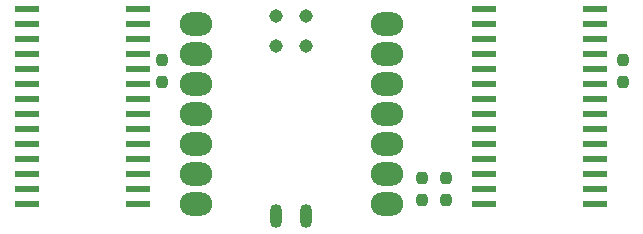
<source format=gbr>
%TF.GenerationSoftware,KiCad,Pcbnew,(6.0.9)*%
%TF.CreationDate,2022-12-02T11:33:43-08:00*%
%TF.ProjectId,keyboard_left,6b657962-6f61-4726-945f-6c6566742e6b,rev?*%
%TF.SameCoordinates,Original*%
%TF.FileFunction,Paste,Bot*%
%TF.FilePolarity,Positive*%
%FSLAX46Y46*%
G04 Gerber Fmt 4.6, Leading zero omitted, Abs format (unit mm)*
G04 Created by KiCad (PCBNEW (6.0.9)) date 2022-12-02 11:33:43*
%MOMM*%
%LPD*%
G01*
G04 APERTURE LIST*
G04 Aperture macros list*
%AMRoundRect*
0 Rectangle with rounded corners*
0 $1 Rounding radius*
0 $2 $3 $4 $5 $6 $7 $8 $9 X,Y pos of 4 corners*
0 Add a 4 corners polygon primitive as box body*
4,1,4,$2,$3,$4,$5,$6,$7,$8,$9,$2,$3,0*
0 Add four circle primitives for the rounded corners*
1,1,$1+$1,$2,$3*
1,1,$1+$1,$4,$5*
1,1,$1+$1,$6,$7*
1,1,$1+$1,$8,$9*
0 Add four rect primitives between the rounded corners*
20,1,$1+$1,$2,$3,$4,$5,0*
20,1,$1+$1,$4,$5,$6,$7,0*
20,1,$1+$1,$6,$7,$8,$9,0*
20,1,$1+$1,$8,$9,$2,$3,0*%
G04 Aperture macros list end*
%ADD10RoundRect,0.237500X-0.237500X0.250000X-0.237500X-0.250000X0.237500X-0.250000X0.237500X0.250000X0*%
%ADD11R,2.000000X0.600000*%
%ADD12O,2.748280X1.998980*%
%ADD13O,1.016000X2.032000*%
%ADD14C,1.143000*%
G04 APERTURE END LIST*
D10*
%TO.C,R1*%
X101500000Y-37587500D03*
X101500000Y-39412500D03*
%TD*%
D11*
%TO.C,U3*%
X66040000Y-39755000D03*
X66040000Y-38485000D03*
X66040000Y-37215000D03*
X66040000Y-35945000D03*
X66040000Y-34675000D03*
X66040000Y-33405000D03*
X66040000Y-32135000D03*
X66040000Y-30865000D03*
X66040000Y-29595000D03*
X66040000Y-28325000D03*
X66040000Y-27055000D03*
X66040000Y-25785000D03*
X66040000Y-24515000D03*
X66040000Y-23245000D03*
X75440000Y-23245000D03*
X75440000Y-24515000D03*
X75440000Y-25785000D03*
X75440000Y-27055000D03*
X75440000Y-28325000D03*
X75440000Y-29595000D03*
X75440000Y-30865000D03*
X75440000Y-32135000D03*
X75440000Y-33405000D03*
X75440000Y-34675000D03*
X75440000Y-35945000D03*
X75440000Y-37215000D03*
X75440000Y-38485000D03*
X75440000Y-39755000D03*
%TD*%
D10*
%TO.C,R2*%
X99500000Y-37587500D03*
X99500000Y-39412500D03*
%TD*%
%TO.C,R3*%
X116450000Y-27587500D03*
X116450000Y-29412500D03*
%TD*%
%TO.C,R4*%
X77500000Y-27587500D03*
X77500000Y-29412500D03*
%TD*%
D12*
%TO.C,U1*%
X96501290Y-24500490D03*
X96501290Y-27040490D03*
X96501290Y-29580490D03*
X96501290Y-32120490D03*
X96501290Y-34660490D03*
X96501290Y-37200490D03*
X96501290Y-39740490D03*
X80336730Y-39740490D03*
X80336730Y-37200490D03*
X80336730Y-34660490D03*
X80336730Y-32120490D03*
X80336730Y-29580490D03*
X80336730Y-27040490D03*
X80336730Y-24500490D03*
D13*
X89634410Y-40818310D03*
X87084410Y-40818310D03*
D14*
X89635607Y-23814123D03*
X87095607Y-23814123D03*
X89635607Y-26354123D03*
X87095607Y-26354123D03*
%TD*%
D11*
%TO.C,U2*%
X104750000Y-39755000D03*
X104750000Y-38485000D03*
X104750000Y-37215000D03*
X104750000Y-35945000D03*
X104750000Y-34675000D03*
X104750000Y-33405000D03*
X104750000Y-32135000D03*
X104750000Y-30865000D03*
X104750000Y-29595000D03*
X104750000Y-28325000D03*
X104750000Y-27055000D03*
X104750000Y-25785000D03*
X104750000Y-24515000D03*
X104750000Y-23245000D03*
X114150000Y-23245000D03*
X114150000Y-24515000D03*
X114150000Y-25785000D03*
X114150000Y-27055000D03*
X114150000Y-28325000D03*
X114150000Y-29595000D03*
X114150000Y-30865000D03*
X114150000Y-32135000D03*
X114150000Y-33405000D03*
X114150000Y-34675000D03*
X114150000Y-35945000D03*
X114150000Y-37215000D03*
X114150000Y-38485000D03*
X114150000Y-39755000D03*
%TD*%
M02*

</source>
